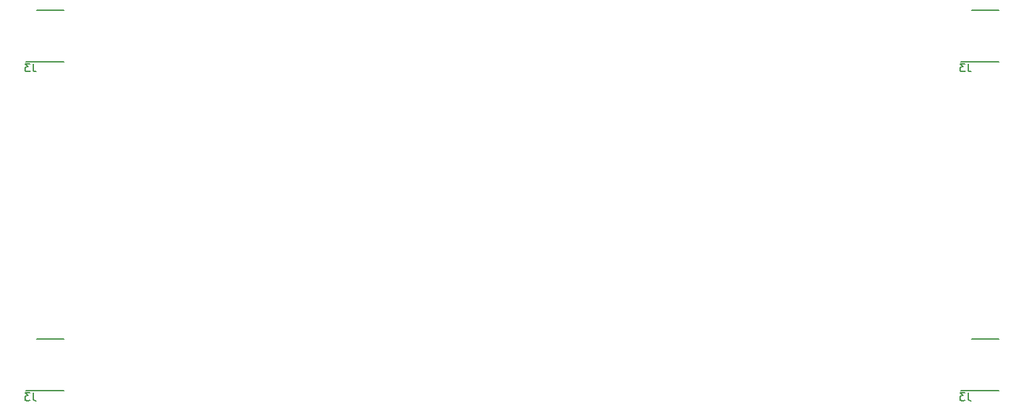
<source format=gbr>
G04 #@! TF.GenerationSoftware,KiCad,Pcbnew,(5.1.2)-1*
G04 #@! TF.CreationDate,2019-11-15T20:45:12-03:00*
G04 #@! TF.ProjectId,TP3-panel,5450332d-7061-46e6-956c-2e6b69636164,v1.0*
G04 #@! TF.SameCoordinates,Original*
G04 #@! TF.FileFunction,Legend,Bot*
G04 #@! TF.FilePolarity,Positive*
%FSLAX46Y46*%
G04 Gerber Fmt 4.6, Leading zero omitted, Abs format (unit mm)*
G04 Created by KiCad (PCBNEW (5.1.2)-1) date 2019-11-15 20:45:12*
%MOMM*%
%LPD*%
G04 APERTURE LIST*
%ADD10C,0.150000*%
G04 APERTURE END LIST*
D10*
X178800000Y-105300000D02*
X182200000Y-105300000D01*
X177400000Y-111700000D02*
X182200000Y-111700000D01*
X62300000Y-105300000D02*
X65700000Y-105300000D01*
X60900000Y-111700000D02*
X65700000Y-111700000D01*
X178800000Y-64300000D02*
X182200000Y-64300000D01*
X177400000Y-70700000D02*
X182200000Y-70700000D01*
X60900000Y-70700000D02*
X65700000Y-70700000D01*
X62300000Y-64300000D02*
X65700000Y-64300000D01*
X178333333Y-111952380D02*
X178333333Y-112666666D01*
X178380952Y-112809523D01*
X178476190Y-112904761D01*
X178619047Y-112952380D01*
X178714285Y-112952380D01*
X177952380Y-111952380D02*
X177333333Y-111952380D01*
X177666666Y-112333333D01*
X177523809Y-112333333D01*
X177428571Y-112380952D01*
X177380952Y-112428571D01*
X177333333Y-112523809D01*
X177333333Y-112761904D01*
X177380952Y-112857142D01*
X177428571Y-112904761D01*
X177523809Y-112952380D01*
X177809523Y-112952380D01*
X177904761Y-112904761D01*
X177952380Y-112857142D01*
X61833333Y-111952380D02*
X61833333Y-112666666D01*
X61880952Y-112809523D01*
X61976190Y-112904761D01*
X62119047Y-112952380D01*
X62214285Y-112952380D01*
X61452380Y-111952380D02*
X60833333Y-111952380D01*
X61166666Y-112333333D01*
X61023809Y-112333333D01*
X60928571Y-112380952D01*
X60880952Y-112428571D01*
X60833333Y-112523809D01*
X60833333Y-112761904D01*
X60880952Y-112857142D01*
X60928571Y-112904761D01*
X61023809Y-112952380D01*
X61309523Y-112952380D01*
X61404761Y-112904761D01*
X61452380Y-112857142D01*
X178333333Y-70952380D02*
X178333333Y-71666666D01*
X178380952Y-71809523D01*
X178476190Y-71904761D01*
X178619047Y-71952380D01*
X178714285Y-71952380D01*
X177952380Y-70952380D02*
X177333333Y-70952380D01*
X177666666Y-71333333D01*
X177523809Y-71333333D01*
X177428571Y-71380952D01*
X177380952Y-71428571D01*
X177333333Y-71523809D01*
X177333333Y-71761904D01*
X177380952Y-71857142D01*
X177428571Y-71904761D01*
X177523809Y-71952380D01*
X177809523Y-71952380D01*
X177904761Y-71904761D01*
X177952380Y-71857142D01*
X61833333Y-70952380D02*
X61833333Y-71666666D01*
X61880952Y-71809523D01*
X61976190Y-71904761D01*
X62119047Y-71952380D01*
X62214285Y-71952380D01*
X61452380Y-70952380D02*
X60833333Y-70952380D01*
X61166666Y-71333333D01*
X61023809Y-71333333D01*
X60928571Y-71380952D01*
X60880952Y-71428571D01*
X60833333Y-71523809D01*
X60833333Y-71761904D01*
X60880952Y-71857142D01*
X60928571Y-71904761D01*
X61023809Y-71952380D01*
X61309523Y-71952380D01*
X61404761Y-71904761D01*
X61452380Y-71857142D01*
M02*

</source>
